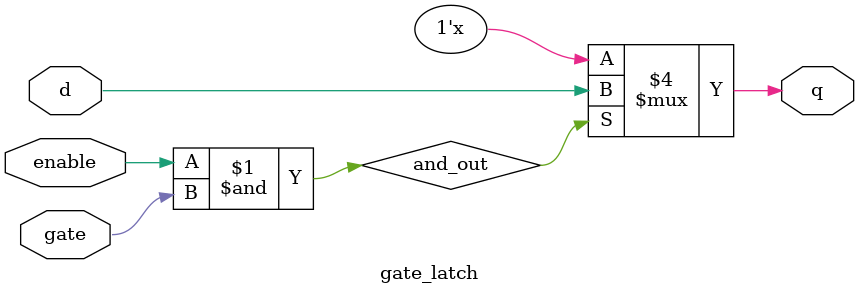
<source format=v>



                             
//***************************************************************************//
//***************************************************************************//
                             

//              Author:
//              Reviewer:
//              Manager:
                             

//***************************************************************************//
//***************************************************************************//
//
module gate_latch(input enable,gate,d,
									output reg q);
		wire and_out;
		assign and_out=(enable & gate);
		always@(and_out or d)
			begin:alw_blk
				case(and_out)								//different test cases
					1'b1:
						begin:and_out1_blk
							q=d;
							end	//and_out1_blk
					1'b0:
						begin:and_out0_blk
							q=1'bx;
						end	//and_out0_blk
					default:
						begin:and_outxz_blk
							q=q;
						end	//and_outxz_blk
				endcase										//end different test cases
			end	//alw_blk
endmodule

</source>
